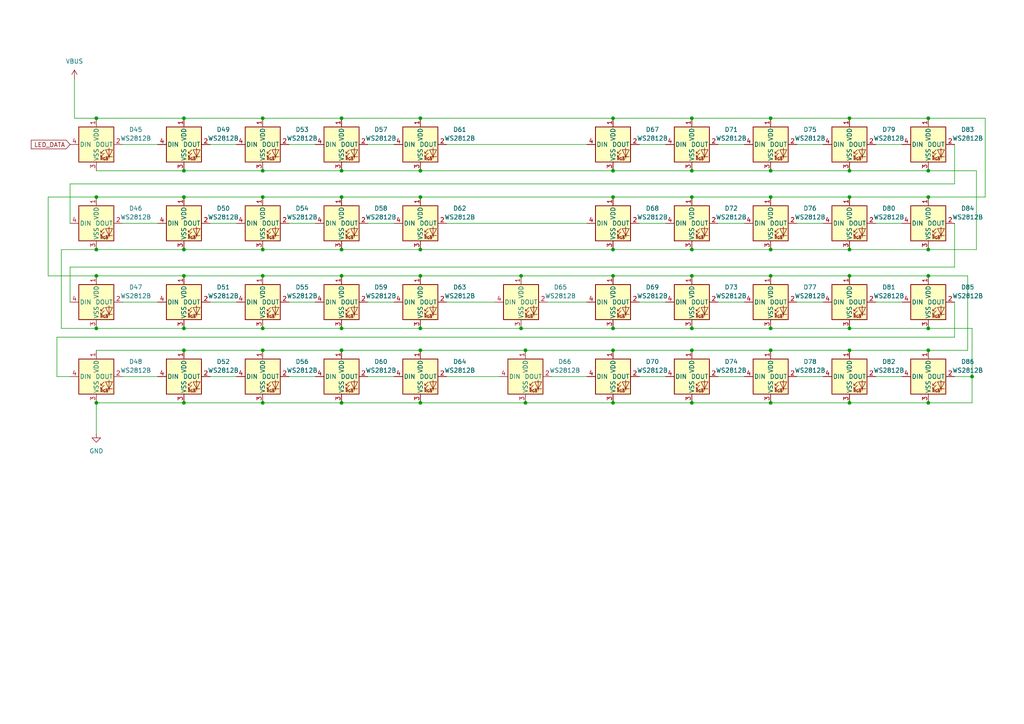
<source format=kicad_sch>
(kicad_sch (version 20211123) (generator eeschema)
  (paper "A4")
  (lib_symbols
    (symbol "LED:WS2812B" (pin_names (offset 0.254))
      (property "Reference" "D" (at 5.08 5.715 0))
      (property "Value" "WS2812B" (at 1.27 -5.715 0))
      (symbol "WS2812B_0_0"
        (text "RGB" (at 2.286 -4.191 0) (effects (font (size 0.762 0.762))))
      )
      (symbol "WS2812B_0_1"
        (polyline (pts (xy 1.27 -3.556) (xy 1.778 -3.556)))
        (polyline (pts (xy 1.27 -2.54) (xy 1.778 -2.54)))
        (polyline (pts (xy 4.699 -3.556) (xy 2.667 -3.556)))
        (polyline (pts (xy 2.286 -2.54) (xy 1.27 -3.556) (xy 1.27 -3.048)))
        (polyline (pts (xy 2.286 -1.524) (xy 1.27 -2.54) (xy 1.27 -2.032)))
        (polyline (pts (xy 3.683 -1.016) (xy 3.683 -3.556) (xy 3.683 -4.064)))
        (polyline (pts (xy 4.699 -1.524) (xy 2.667 -1.524) (xy 3.683 -3.556) (xy 4.699 -1.524)))
        (rectangle (start 5.08 5.08) (end -5.08 -5.08) (stroke (width 0.254)) (fill (type background)))
      )
      (symbol "WS2812B_1_1"
        (pin power_in line (at 0 7.62 270) (length 2.54) (name "VDD") (number "1"))
        (pin output line (at 7.62 0 180) (length 2.54) (name "DOUT") (number "2"))
        (pin power_in line (at 0 -7.62 90) (length 2.54) (name "VSS") (number "3"))
        (pin input line (at -7.62 0 0) (length 2.54) (name "DIN") (number "4"))
      )
    )
    (symbol "power:GND" (power) (pin_names (offset 0))
      (property "Value" "GND" (at 0 -3.81 0))
      (symbol "GND_0_1"
        (polyline (pts (xy 0 0) (xy 0 -1.27) (xy 1.27 -1.27) (xy 0 -2.54) (xy -1.27 -1.27) (xy 0 -1.27)))
      )
      (symbol "GND_1_1"
        (pin power_in line (at 0 0 270) (length 0) hide (name "GND") (number "1"))
      )
    )
    (symbol "power:VBUS" (power) (pin_names (offset 0))
      (property "Value" "VBUS" (at 0 3.81 0))
      (symbol "VBUS_0_1"
        (polyline (pts (xy -0.762 1.27) (xy 0 2.54)))
        (polyline (pts (xy 0 0) (xy 0 2.54)))
        (polyline (pts (xy 0 2.54) (xy 0.762 1.27)))
      )
      (symbol "VBUS_1_1"
        (pin power_in line (at 0 0 90) (length 0) hide (name "VBUS") (number "1"))
      )
    )
  )
  (junction (at 99.06 49.53))
  (junction (at 53.34 57.15))
  (junction (at 246.38 34.29))
  (junction (at 177.8 80.01))
  (junction (at 121.92 72.39))
  (junction (at 200.66 49.53))
  (junction (at 200.66 95.25))
  (junction (at 177.8 49.53))
  (junction (at 269.24 80.01))
  (junction (at 121.92 49.53))
  (junction (at 151.13 80.01))
  (junction (at 177.8 101.6))
  (junction (at 76.2 72.39))
  (junction (at 200.66 72.39))
  (junction (at 27.94 72.39))
  (junction (at 246.38 57.15))
  (junction (at 152.4 116.84))
  (junction (at 121.92 116.84))
  (junction (at 27.94 95.25))
  (junction (at 223.52 72.39))
  (junction (at 269.24 116.84))
  (junction (at 99.06 95.25))
  (junction (at 53.34 34.29))
  (junction (at 200.66 101.6))
  (junction (at 223.52 80.01))
  (junction (at 246.38 101.6))
  (junction (at 177.8 72.39))
  (junction (at 177.8 95.25))
  (junction (at 246.38 95.25))
  (junction (at 76.2 101.6))
  (junction (at 200.66 34.29))
  (junction (at 223.52 34.29))
  (junction (at 53.34 72.39))
  (junction (at 99.06 57.15))
  (junction (at 76.2 95.25))
  (junction (at 269.24 72.39))
  (junction (at 27.94 80.01))
  (junction (at 76.2 34.29))
  (junction (at 99.06 34.29))
  (junction (at 200.66 80.01))
  (junction (at 200.66 116.84))
  (junction (at 99.06 72.39))
  (junction (at 269.24 34.29))
  (junction (at 223.52 101.6))
  (junction (at 269.24 49.53))
  (junction (at 76.2 116.84))
  (junction (at 53.34 95.25))
  (junction (at 223.52 57.15))
  (junction (at 177.8 57.15))
  (junction (at 151.13 95.25))
  (junction (at 27.94 116.84))
  (junction (at 53.34 101.6))
  (junction (at 99.06 80.01))
  (junction (at 76.2 80.01))
  (junction (at 223.52 49.53))
  (junction (at 121.92 57.15))
  (junction (at 27.94 34.29))
  (junction (at 281.94 109.22))
  (junction (at 121.92 34.29))
  (junction (at 53.34 80.01))
  (junction (at 269.24 57.15))
  (junction (at 152.4 101.6))
  (junction (at 177.8 116.84))
  (junction (at 200.66 57.15))
  (junction (at 121.92 101.6))
  (junction (at 269.24 95.25))
  (junction (at 223.52 116.84))
  (junction (at 177.8 34.29))
  (junction (at 121.92 95.25))
  (junction (at 246.38 72.39))
  (junction (at 53.34 49.53))
  (junction (at 76.2 49.53))
  (junction (at 27.94 57.15))
  (junction (at 269.24 101.6))
  (junction (at 121.92 80.01))
  (junction (at 76.2 57.15))
  (junction (at 53.34 116.84))
  (junction (at 223.52 95.25))
  (junction (at 246.38 116.84))
  (junction (at 99.06 101.6))
  (junction (at 99.06 116.84))
  (junction (at 246.38 80.01))
  (junction (at 246.38 49.53))
  (wire (pts (xy 106.68 109.22) (xy 114.3 109.22)))
  (wire (pts (xy 158.75 87.63) (xy 170.18 87.63)))
  (wire (pts (xy 151.13 95.25) (xy 177.8 95.25)))
  (wire (pts (xy 53.34 101.6) (xy 27.94 101.6)))
  (wire (pts (xy 200.66 101.6) (xy 177.8 101.6)))
  (wire (pts (xy 106.68 87.63) (xy 114.3 87.63)))
  (wire (pts (xy 246.38 72.39) (xy 223.52 72.39)))
  (wire (pts (xy 60.96 64.77) (xy 68.58 64.77)))
  (wire (pts (xy 177.8 34.29) (xy 121.92 34.29)))
  (wire (pts (xy 280.67 80.01) (xy 280.67 101.6)))
  (wire (pts (xy 53.34 72.39) (xy 27.94 72.39)))
  (wire (pts (xy 53.34 57.15) (xy 27.94 57.15)))
  (wire (pts (xy 35.56 41.91) (xy 45.72 41.91)))
  (wire (pts (xy 185.42 64.77) (xy 193.04 64.77)))
  (wire (pts (xy 13.97 80.01) (xy 27.94 80.01)))
  (wire (pts (xy 281.94 116.84) (xy 269.24 116.84)))
  (wire (pts (xy 53.34 34.29) (xy 27.94 34.29)))
  (wire (pts (xy 152.4 116.84) (xy 121.92 116.84)))
  (wire (pts (xy 269.24 72.39) (xy 246.38 72.39)))
  (wire (pts (xy 53.34 49.53) (xy 76.2 49.53)))
  (wire (pts (xy 35.56 64.77) (xy 45.72 64.77)))
  (wire (pts (xy 99.06 101.6) (xy 76.2 101.6)))
  (wire (pts (xy 246.38 34.29) (xy 223.52 34.29)))
  (wire (pts (xy 276.86 41.91) (xy 276.86 53.34)))
  (wire (pts (xy 121.92 34.29) (xy 99.06 34.29)))
  (wire (pts (xy 27.94 116.84) (xy 27.94 125.73)))
  (wire (pts (xy 121.92 116.84) (xy 99.06 116.84)))
  (wire (pts (xy 223.52 57.15) (xy 200.66 57.15)))
  (wire (pts (xy 16.51 97.79) (xy 16.51 109.22)))
  (wire (pts (xy 269.24 34.29) (xy 246.38 34.29)))
  (wire (pts (xy 76.2 95.25) (xy 99.06 95.25)))
  (wire (pts (xy 129.54 64.77) (xy 170.18 64.77)))
  (wire (pts (xy 20.32 53.34) (xy 20.32 64.77)))
  (wire (pts (xy 223.52 72.39) (xy 200.66 72.39)))
  (wire (pts (xy 17.78 72.39) (xy 17.78 95.25)))
  (wire (pts (xy 53.34 95.25) (xy 76.2 95.25)))
  (wire (pts (xy 269.24 57.15) (xy 246.38 57.15)))
  (wire (pts (xy 76.2 116.84) (xy 53.34 116.84)))
  (wire (pts (xy 208.28 64.77) (xy 215.9 64.77)))
  (wire (pts (xy 177.8 72.39) (xy 121.92 72.39)))
  (wire (pts (xy 35.56 109.22) (xy 45.72 109.22)))
  (wire (pts (xy 27.94 95.25) (xy 53.34 95.25)))
  (wire (pts (xy 99.06 72.39) (xy 76.2 72.39)))
  (wire (pts (xy 76.2 101.6) (xy 53.34 101.6)))
  (wire (pts (xy 246.38 101.6) (xy 223.52 101.6)))
  (wire (pts (xy 200.66 34.29) (xy 177.8 34.29)))
  (wire (pts (xy 106.68 41.91) (xy 114.3 41.91)))
  (wire (pts (xy 283.21 72.39) (xy 269.24 72.39)))
  (wire (pts (xy 53.34 80.01) (xy 76.2 80.01)))
  (wire (pts (xy 269.24 34.29) (xy 285.75 34.29)))
  (wire (pts (xy 269.24 95.25) (xy 281.94 95.25)))
  (wire (pts (xy 35.56 87.63) (xy 45.72 87.63)))
  (wire (pts (xy 269.24 101.6) (xy 246.38 101.6)))
  (wire (pts (xy 200.66 95.25) (xy 223.52 95.25)))
  (wire (pts (xy 280.67 101.6) (xy 269.24 101.6)))
  (wire (pts (xy 200.66 72.39) (xy 177.8 72.39)))
  (wire (pts (xy 83.82 87.63) (xy 91.44 87.63)))
  (wire (pts (xy 276.86 77.47) (xy 20.32 77.47)))
  (wire (pts (xy 254 64.77) (xy 261.62 64.77)))
  (wire (pts (xy 200.66 80.01) (xy 223.52 80.01)))
  (wire (pts (xy 152.4 101.6) (xy 121.92 101.6)))
  (wire (pts (xy 281.94 95.25) (xy 281.94 109.22)))
  (wire (pts (xy 129.54 41.91) (xy 170.18 41.91)))
  (wire (pts (xy 76.2 72.39) (xy 53.34 72.39)))
  (wire (pts (xy 231.14 109.22) (xy 238.76 109.22)))
  (wire (pts (xy 231.14 64.77) (xy 238.76 64.77)))
  (wire (pts (xy 160.02 109.22) (xy 170.18 109.22)))
  (wire (pts (xy 21.59 22.86) (xy 21.59 34.29)))
  (wire (pts (xy 254 109.22) (xy 261.62 109.22)))
  (wire (pts (xy 231.14 41.91) (xy 238.76 41.91)))
  (wire (pts (xy 246.38 116.84) (xy 223.52 116.84)))
  (wire (pts (xy 53.34 116.84) (xy 27.94 116.84)))
  (wire (pts (xy 269.24 49.53) (xy 283.21 49.53)))
  (wire (pts (xy 200.66 116.84) (xy 177.8 116.84)))
  (wire (pts (xy 269.24 80.01) (xy 280.67 80.01)))
  (wire (pts (xy 129.54 109.22) (xy 144.78 109.22)))
  (wire (pts (xy 177.8 95.25) (xy 200.66 95.25)))
  (wire (pts (xy 27.94 34.29) (xy 21.59 34.29)))
  (wire (pts (xy 121.92 80.01) (xy 151.13 80.01)))
  (wire (pts (xy 276.86 87.63) (xy 276.86 97.79)))
  (wire (pts (xy 83.82 64.77) (xy 91.44 64.77)))
  (wire (pts (xy 99.06 34.29) (xy 76.2 34.29)))
  (wire (pts (xy 208.28 87.63) (xy 215.9 87.63)))
  (wire (pts (xy 121.92 72.39) (xy 99.06 72.39)))
  (wire (pts (xy 185.42 109.22) (xy 193.04 109.22)))
  (wire (pts (xy 13.97 57.15) (xy 13.97 80.01)))
  (wire (pts (xy 208.28 41.91) (xy 215.9 41.91)))
  (wire (pts (xy 76.2 80.01) (xy 99.06 80.01)))
  (wire (pts (xy 27.94 72.39) (xy 17.78 72.39)))
  (wire (pts (xy 276.86 109.22) (xy 281.94 109.22)))
  (wire (pts (xy 121.92 57.15) (xy 99.06 57.15)))
  (wire (pts (xy 285.75 57.15) (xy 269.24 57.15)))
  (wire (pts (xy 76.2 49.53) (xy 99.06 49.53)))
  (wire (pts (xy 151.13 80.01) (xy 177.8 80.01)))
  (wire (pts (xy 17.78 95.25) (xy 27.94 95.25)))
  (wire (pts (xy 83.82 109.22) (xy 91.44 109.22)))
  (wire (pts (xy 60.96 41.91) (xy 68.58 41.91)))
  (wire (pts (xy 200.66 57.15) (xy 177.8 57.15)))
  (wire (pts (xy 177.8 101.6) (xy 152.4 101.6)))
  (wire (pts (xy 223.52 116.84) (xy 200.66 116.84)))
  (wire (pts (xy 223.52 80.01) (xy 246.38 80.01)))
  (wire (pts (xy 246.38 57.15) (xy 223.52 57.15)))
  (wire (pts (xy 246.38 95.25) (xy 269.24 95.25)))
  (wire (pts (xy 27.94 80.01) (xy 53.34 80.01)))
  (wire (pts (xy 276.86 97.79) (xy 16.51 97.79)))
  (wire (pts (xy 281.94 109.22) (xy 281.94 116.84)))
  (wire (pts (xy 269.24 116.84) (xy 246.38 116.84)))
  (wire (pts (xy 200.66 49.53) (xy 223.52 49.53)))
  (wire (pts (xy 83.82 41.91) (xy 91.44 41.91)))
  (wire (pts (xy 16.51 109.22) (xy 20.32 109.22)))
  (wire (pts (xy 177.8 80.01) (xy 200.66 80.01)))
  (wire (pts (xy 20.32 77.47) (xy 20.32 87.63)))
  (wire (pts (xy 185.42 41.91) (xy 193.04 41.91)))
  (wire (pts (xy 99.06 95.25) (xy 121.92 95.25)))
  (wire (pts (xy 283.21 49.53) (xy 283.21 72.39)))
  (wire (pts (xy 177.8 49.53) (xy 200.66 49.53)))
  (wire (pts (xy 246.38 49.53) (xy 269.24 49.53)))
  (wire (pts (xy 254 41.91) (xy 261.62 41.91)))
  (wire (pts (xy 76.2 34.29) (xy 53.34 34.29)))
  (wire (pts (xy 129.54 87.63) (xy 143.51 87.63)))
  (wire (pts (xy 121.92 49.53) (xy 177.8 49.53)))
  (wire (pts (xy 285.75 34.29) (xy 285.75 57.15)))
  (wire (pts (xy 60.96 109.22) (xy 68.58 109.22)))
  (wire (pts (xy 185.42 87.63) (xy 193.04 87.63)))
  (wire (pts (xy 223.52 101.6) (xy 200.66 101.6)))
  (wire (pts (xy 106.68 64.77) (xy 114.3 64.77)))
  (wire (pts (xy 99.06 116.84) (xy 76.2 116.84)))
  (wire (pts (xy 231.14 87.63) (xy 238.76 87.63)))
  (wire (pts (xy 99.06 49.53) (xy 121.92 49.53)))
  (wire (pts (xy 223.52 34.29) (xy 200.66 34.29)))
  (wire (pts (xy 121.92 95.25) (xy 151.13 95.25)))
  (wire (pts (xy 76.2 57.15) (xy 53.34 57.15)))
  (wire (pts (xy 276.86 64.77) (xy 276.86 77.47)))
  (wire (pts (xy 254 87.63) (xy 261.62 87.63)))
  (wire (pts (xy 177.8 57.15) (xy 121.92 57.15)))
  (wire (pts (xy 223.52 49.53) (xy 246.38 49.53)))
  (wire (pts (xy 276.86 53.34) (xy 20.32 53.34)))
  (wire (pts (xy 208.28 109.22) (xy 215.9 109.22)))
  (wire (pts (xy 27.94 57.15) (xy 13.97 57.15)))
  (wire (pts (xy 223.52 95.25) (xy 246.38 95.25)))
  (wire (pts (xy 121.92 101.6) (xy 99.06 101.6)))
  (wire (pts (xy 246.38 80.01) (xy 269.24 80.01)))
  (wire (pts (xy 177.8 116.84) (xy 152.4 116.84)))
  (wire (pts (xy 60.96 87.63) (xy 68.58 87.63)))
  (wire (pts (xy 99.06 57.15) (xy 76.2 57.15)))
  (wire (pts (xy 99.06 80.01) (xy 121.92 80.01)))
  (wire (pts (xy 27.94 49.53) (xy 53.34 49.53)))
  (global_label "LED_DATA" (shape input) (at 20.32 41.91 180) (property "Intersheet References" "${INTERSHEET_REFS}" (effects hide)))
  (symbol (lib_id "LED:WS2812B") (at 269.24 41.91 0) (unit 1)
    (property "Reference" "D83" (at 280.67 37.5793 0))
    (property "Value" "WS2812B" (at 280.67 40.1193 0))
    (property "Footprint" "LED_SMD:LED_Cree-PLCC4_2x2mm_CW" (effects hide))
    (property "Datasheet" "https://cdn-shop.adafruit.com/datasheets/WS2812B.pdf" (effects hide))
  )
  (symbol (lib_id "LED:WS2812B") (at 76.2 64.77 0) (unit 1)
    (property "Reference" "D54" (at 87.63 60.4393 0))
    (property "Value" "WS2812B" (at 87.63 62.9793 0))
    (property "Footprint" "LED_SMD:LED_Cree-PLCC4_2x2mm_CW" (effects hide))
    (property "Datasheet" "https://cdn-shop.adafruit.com/datasheets/WS2812B.pdf" (effects hide))
  )
  (symbol (lib_id "LED:WS2812B") (at 223.52 87.63 0) (unit 1)
    (property "Reference" "D77" (at 234.95 83.2993 0))
    (property "Value" "WS2812B" (at 234.95 85.8393 0))
    (property "Footprint" "LED_SMD:LED_Cree-PLCC4_2x2mm_CW" (effects hide))
    (property "Datasheet" "https://cdn-shop.adafruit.com/datasheets/WS2812B.pdf" (effects hide))
  )
  (symbol (lib_id "LED:WS2812B") (at 27.94 87.63 0) (unit 1)
    (property "Reference" "D47" (at 39.37 83.2993 0))
    (property "Value" "WS2812B" (at 39.37 85.8393 0))
    (property "Footprint" "LED_SMD:LED_Cree-PLCC4_2x2mm_CW" (effects hide))
    (property "Datasheet" "https://cdn-shop.adafruit.com/datasheets/WS2812B.pdf" (effects hide))
  )
  (symbol (lib_id "LED:WS2812B") (at 76.2 87.63 0) (unit 1)
    (property "Reference" "D55" (at 87.63 83.2993 0))
    (property "Value" "WS2812B" (at 87.63 85.8393 0))
    (property "Footprint" "LED_SMD:LED_Cree-PLCC4_2x2mm_CW" (effects hide))
    (property "Datasheet" "https://cdn-shop.adafruit.com/datasheets/WS2812B.pdf" (effects hide))
  )
  (symbol (lib_id "LED:WS2812B") (at 76.2 109.22 0) (unit 1)
    (property "Reference" "D56" (at 87.63 104.8893 0))
    (property "Value" "WS2812B" (at 87.63 107.4293 0))
    (property "Footprint" "LED_SMD:LED_Cree-PLCC4_2x2mm_CW" (effects hide))
    (property "Datasheet" "https://cdn-shop.adafruit.com/datasheets/WS2812B.pdf" (effects hide))
  )
  (symbol (lib_id "LED:WS2812B") (at 177.8 64.77 0) (unit 1)
    (property "Reference" "D68" (at 189.23 60.4393 0))
    (property "Value" "WS2812B" (at 189.23 62.9793 0))
    (property "Footprint" "LED_SMD:LED_Cree-PLCC4_2x2mm_CW" (effects hide))
    (property "Datasheet" "https://cdn-shop.adafruit.com/datasheets/WS2812B.pdf" (effects hide))
  )
  (symbol (lib_id "LED:WS2812B") (at 53.34 64.77 0) (unit 1)
    (property "Reference" "D50" (at 64.77 60.4393 0))
    (property "Value" "WS2812B" (at 64.77 62.9793 0))
    (property "Footprint" "LED_SMD:LED_Cree-PLCC4_2x2mm_CW" (effects hide))
    (property "Datasheet" "https://cdn-shop.adafruit.com/datasheets/WS2812B.pdf" (effects hide))
  )
  (symbol (lib_id "LED:WS2812B") (at 223.52 41.91 0) (unit 1)
    (property "Reference" "D75" (at 234.95 37.5793 0))
    (property "Value" "WS2812B" (at 234.95 40.1193 0))
    (property "Footprint" "LED_SMD:LED_Cree-PLCC4_2x2mm_CW" (effects hide))
    (property "Datasheet" "https://cdn-shop.adafruit.com/datasheets/WS2812B.pdf" (effects hide))
  )
  (symbol (lib_id "LED:WS2812B") (at 76.2 41.91 0) (unit 1)
    (property "Reference" "D53" (at 87.63 37.5793 0))
    (property "Value" "WS2812B" (at 87.63 40.1193 0))
    (property "Footprint" "LED_SMD:LED_Cree-PLCC4_2x2mm_CW" (effects hide))
    (property "Datasheet" "https://cdn-shop.adafruit.com/datasheets/WS2812B.pdf" (effects hide))
  )
  (symbol (lib_id "LED:WS2812B") (at 27.94 109.22 0) (unit 1)
    (property "Reference" "D48" (at 39.37 104.8893 0))
    (property "Value" "WS2812B" (at 39.37 107.4293 0))
    (property "Footprint" "LED_SMD:LED_Cree-PLCC4_2x2mm_CW" (effects hide))
    (property "Datasheet" "https://cdn-shop.adafruit.com/datasheets/WS2812B.pdf" (effects hide))
  )
  (symbol (lib_id "LED:WS2812B") (at 151.13 87.63 0) (unit 1)
    (property "Reference" "D65" (at 162.56 83.2993 0))
    (property "Value" "WS2812B" (at 162.56 85.8393 0))
    (property "Footprint" "LED_SMD:LED_Cree-PLCC4_2x2mm_CW" (effects hide))
    (property "Datasheet" "https://cdn-shop.adafruit.com/datasheets/WS2812B.pdf" (effects hide))
  )
  (symbol (lib_id "LED:WS2812B") (at 99.06 64.77 0) (unit 1)
    (property "Reference" "D58" (at 110.49 60.4393 0))
    (property "Value" "WS2812B" (at 110.49 62.9793 0))
    (property "Footprint" "LED_SMD:LED_Cree-PLCC4_2x2mm_CW" (effects hide))
    (property "Datasheet" "https://cdn-shop.adafruit.com/datasheets/WS2812B.pdf" (effects hide))
  )
  (symbol (lib_id "LED:WS2812B") (at 121.92 109.22 0) (unit 1)
    (property "Reference" "D64" (at 133.35 104.8893 0))
    (property "Value" "WS2812B" (at 133.35 107.4293 0))
    (property "Footprint" "LED_SMD:LED_Cree-PLCC4_2x2mm_CW" (effects hide))
    (property "Datasheet" "https://cdn-shop.adafruit.com/datasheets/WS2812B.pdf" (effects hide))
  )
  (symbol (lib_id "power:VBUS") (at 21.59 22.86 0) (unit 1)
    (property "Reference" "#PWR032" (effects hide))
    (property "Value" "VBUS" (at 21.59 17.78 0))
  )
  (symbol (lib_id "LED:WS2812B") (at 177.8 109.22 0) (unit 1)
    (property "Reference" "D70" (at 189.23 104.8893 0))
    (property "Value" "WS2812B" (at 189.23 107.4293 0))
    (property "Footprint" "LED_SMD:LED_Cree-PLCC4_2x2mm_CW" (effects hide))
    (property "Datasheet" "https://cdn-shop.adafruit.com/datasheets/WS2812B.pdf" (effects hide))
  )
  (symbol (lib_id "LED:WS2812B") (at 27.94 41.91 0) (unit 1)
    (property "Reference" "D45" (at 39.37 37.5793 0))
    (property "Value" "WS2812B" (at 39.37 40.1193 0))
    (property "Footprint" "LED_SMD:LED_Cree-PLCC4_2x2mm_CW" (effects hide))
    (property "Datasheet" "https://cdn-shop.adafruit.com/datasheets/WS2812B.pdf" (effects hide))
  )
  (symbol (lib_id "LED:WS2812B") (at 269.24 109.22 0) (unit 1)
    (property "Reference" "D86" (at 280.67 104.8893 0))
    (property "Value" "WS2812B" (at 280.67 107.4293 0))
    (property "Footprint" "LED_SMD:LED_Cree-PLCC4_2x2mm_CW" (effects hide))
    (property "Datasheet" "https://cdn-shop.adafruit.com/datasheets/WS2812B.pdf" (effects hide))
  )
  (symbol (lib_id "LED:WS2812B") (at 223.52 109.22 0) (unit 1)
    (property "Reference" "D78" (at 234.95 104.8893 0))
    (property "Value" "WS2812B" (at 234.95 107.4293 0))
    (property "Footprint" "LED_SMD:LED_Cree-PLCC4_2x2mm_CW" (effects hide))
    (property "Datasheet" "https://cdn-shop.adafruit.com/datasheets/WS2812B.pdf" (effects hide))
  )
  (symbol (lib_id "LED:WS2812B") (at 177.8 41.91 0) (unit 1)
    (property "Reference" "D67" (at 189.23 37.5793 0))
    (property "Value" "WS2812B" (at 189.23 40.1193 0))
    (property "Footprint" "LED_SMD:LED_Cree-PLCC4_2x2mm_CW" (effects hide))
    (property "Datasheet" "https://cdn-shop.adafruit.com/datasheets/WS2812B.pdf" (effects hide))
  )
  (symbol (lib_id "LED:WS2812B") (at 99.06 87.63 0) (unit 1)
    (property "Reference" "D59" (at 110.49 83.2993 0))
    (property "Value" "WS2812B" (at 110.49 85.8393 0))
    (property "Footprint" "LED_SMD:LED_Cree-PLCC4_2x2mm_CW" (effects hide))
    (property "Datasheet" "https://cdn-shop.adafruit.com/datasheets/WS2812B.pdf" (effects hide))
  )
  (symbol (lib_id "LED:WS2812B") (at 200.66 87.63 0) (unit 1)
    (property "Reference" "D73" (at 212.09 83.2993 0))
    (property "Value" "WS2812B" (at 212.09 85.8393 0))
    (property "Footprint" "LED_SMD:LED_Cree-PLCC4_2x2mm_CW" (effects hide))
    (property "Datasheet" "https://cdn-shop.adafruit.com/datasheets/WS2812B.pdf" (effects hide))
  )
  (symbol (lib_id "LED:WS2812B") (at 121.92 41.91 0) (unit 1)
    (property "Reference" "D61" (at 133.35 37.5793 0))
    (property "Value" "WS2812B" (at 133.35 40.1193 0))
    (property "Footprint" "LED_SMD:LED_Cree-PLCC4_2x2mm_CW" (effects hide))
    (property "Datasheet" "https://cdn-shop.adafruit.com/datasheets/WS2812B.pdf" (effects hide))
  )
  (symbol (lib_id "LED:WS2812B") (at 223.52 64.77 0) (unit 1)
    (property "Reference" "D76" (at 234.95 60.4393 0))
    (property "Value" "WS2812B" (at 234.95 62.9793 0))
    (property "Footprint" "LED_SMD:LED_Cree-PLCC4_2x2mm_CW" (effects hide))
    (property "Datasheet" "https://cdn-shop.adafruit.com/datasheets/WS2812B.pdf" (effects hide))
  )
  (symbol (lib_id "LED:WS2812B") (at 246.38 64.77 0) (unit 1)
    (property "Reference" "D80" (at 257.81 60.4393 0))
    (property "Value" "WS2812B" (at 257.81 62.9793 0))
    (property "Footprint" "LED_SMD:LED_Cree-PLCC4_2x2mm_CW" (effects hide))
    (property "Datasheet" "https://cdn-shop.adafruit.com/datasheets/WS2812B.pdf" (effects hide))
  )
  (symbol (lib_id "LED:WS2812B") (at 99.06 109.22 0) (unit 1)
    (property "Reference" "D60" (at 110.49 104.8893 0))
    (property "Value" "WS2812B" (at 110.49 107.4293 0))
    (property "Footprint" "LED_SMD:LED_Cree-PLCC4_2x2mm_CW" (effects hide))
    (property "Datasheet" "https://cdn-shop.adafruit.com/datasheets/WS2812B.pdf" (effects hide))
  )
  (symbol (lib_id "LED:WS2812B") (at 53.34 87.63 0) (unit 1)
    (property "Reference" "D51" (at 64.77 83.2993 0))
    (property "Value" "WS2812B" (at 64.77 85.8393 0))
    (property "Footprint" "LED_SMD:LED_Cree-PLCC4_2x2mm_CW" (effects hide))
    (property "Datasheet" "https://cdn-shop.adafruit.com/datasheets/WS2812B.pdf" (effects hide))
  )
  (symbol (lib_id "LED:WS2812B") (at 53.34 109.22 0) (unit 1)
    (property "Reference" "D52" (at 64.77 104.8893 0))
    (property "Value" "WS2812B" (at 64.77 107.4293 0))
    (property "Footprint" "LED_SMD:LED_Cree-PLCC4_2x2mm_CW" (effects hide))
    (property "Datasheet" "https://cdn-shop.adafruit.com/datasheets/WS2812B.pdf" (effects hide))
  )
  (symbol (lib_id "LED:WS2812B") (at 121.92 64.77 0) (unit 1)
    (property "Reference" "D62" (at 133.35 60.4393 0))
    (property "Value" "WS2812B" (at 133.35 62.9793 0))
    (property "Footprint" "LED_SMD:LED_Cree-PLCC4_2x2mm_CW" (effects hide))
    (property "Datasheet" "https://cdn-shop.adafruit.com/datasheets/WS2812B.pdf" (effects hide))
  )
  (symbol (lib_id "LED:WS2812B") (at 177.8 87.63 0) (unit 1)
    (property "Reference" "D69" (at 189.23 83.2993 0))
    (property "Value" "WS2812B" (at 189.23 85.8393 0))
    (property "Footprint" "LED_SMD:LED_Cree-PLCC4_2x2mm_CW" (effects hide))
    (property "Datasheet" "https://cdn-shop.adafruit.com/datasheets/WS2812B.pdf" (effects hide))
  )
  (symbol (lib_id "LED:WS2812B") (at 152.4 109.22 0) (unit 1)
    (property "Reference" "D66" (at 163.83 104.8893 0))
    (property "Value" "WS2812B" (at 163.83 107.4293 0))
    (property "Footprint" "LED_SMD:LED_Cree-PLCC4_2x2mm_CW" (effects hide))
    (property "Datasheet" "https://cdn-shop.adafruit.com/datasheets/WS2812B.pdf" (effects hide))
  )
  (symbol (lib_id "power:GND") (at 27.94 125.73 0) (unit 1)
    (property "Reference" "#PWR033" (effects hide))
    (property "Value" "GND" (at 27.94 130.81 0))
  )
  (symbol (lib_id "LED:WS2812B") (at 200.66 64.77 0) (unit 1)
    (property "Reference" "D72" (at 212.09 60.4393 0))
    (property "Value" "WS2812B" (at 212.09 62.9793 0))
    (property "Footprint" "LED_SMD:LED_Cree-PLCC4_2x2mm_CW" (effects hide))
    (property "Datasheet" "https://cdn-shop.adafruit.com/datasheets/WS2812B.pdf" (effects hide))
  )
  (symbol (lib_id "LED:WS2812B") (at 27.94 64.77 0) (unit 1)
    (property "Reference" "D46" (at 39.37 60.4393 0))
    (property "Value" "WS2812B" (at 39.37 62.9793 0))
    (property "Footprint" "LED_SMD:LED_Cree-PLCC4_2x2mm_CW" (effects hide))
    (property "Datasheet" "https://cdn-shop.adafruit.com/datasheets/WS2812B.pdf" (effects hide))
  )
  (symbol (lib_id "LED:WS2812B") (at 269.24 64.77 0) (unit 1)
    (property "Reference" "D84" (at 280.67 60.4393 0))
    (property "Value" "WS2812B" (at 280.67 62.9793 0))
    (property "Footprint" "LED_SMD:LED_Cree-PLCC4_2x2mm_CW" (effects hide))
    (property "Datasheet" "https://cdn-shop.adafruit.com/datasheets/WS2812B.pdf" (effects hide))
  )
  (symbol (lib_id "LED:WS2812B") (at 246.38 41.91 0) (unit 1)
    (property "Reference" "D79" (at 257.81 37.5793 0))
    (property "Value" "WS2812B" (at 257.81 40.1193 0))
    (property "Footprint" "LED_SMD:LED_Cree-PLCC4_2x2mm_CW" (effects hide))
    (property "Datasheet" "https://cdn-shop.adafruit.com/datasheets/WS2812B.pdf" (effects hide))
  )
  (symbol (lib_id "LED:WS2812B") (at 246.38 87.63 0) (unit 1)
    (property "Reference" "D81" (at 257.81 83.2993 0))
    (property "Value" "WS2812B" (at 257.81 85.8393 0))
    (property "Footprint" "LED_SMD:LED_Cree-PLCC4_2x2mm_CW" (effects hide))
    (property "Datasheet" "https://cdn-shop.adafruit.com/datasheets/WS2812B.pdf" (effects hide))
  )
  (symbol (lib_id "LED:WS2812B") (at 200.66 41.91 0) (unit 1)
    (property "Reference" "D71" (at 212.09 37.5793 0))
    (property "Value" "WS2812B" (at 212.09 40.1193 0))
    (property "Footprint" "LED_SMD:LED_Cree-PLCC4_2x2mm_CW" (effects hide))
    (property "Datasheet" "https://cdn-shop.adafruit.com/datasheets/WS2812B.pdf" (effects hide))
  )
  (symbol (lib_id "LED:WS2812B") (at 99.06 41.91 0) (unit 1)
    (property "Reference" "D57" (at 110.49 37.5793 0))
    (property "Value" "WS2812B" (at 110.49 40.1193 0))
    (property "Footprint" "LED_SMD:LED_Cree-PLCC4_2x2mm_CW" (effects hide))
    (property "Datasheet" "https://cdn-shop.adafruit.com/datasheets/WS2812B.pdf" (effects hide))
  )
  (symbol (lib_id "LED:WS2812B") (at 246.38 109.22 0) (unit 1)
    (property "Reference" "D82" (at 257.81 104.8893 0))
    (property "Value" "WS2812B" (at 257.81 107.4293 0))
    (property "Footprint" "LED_SMD:LED_Cree-PLCC4_2x2mm_CW" (effects hide))
    (property "Datasheet" "https://cdn-shop.adafruit.com/datasheets/WS2812B.pdf" (effects hide))
  )
  (symbol (lib_id "LED:WS2812B") (at 121.92 87.63 0) (unit 1)
    (property "Reference" "D63" (at 133.35 83.2993 0))
    (property "Value" "WS2812B" (at 133.35 85.8393 0))
    (property "Footprint" "LED_SMD:LED_Cree-PLCC4_2x2mm_CW" (effects hide))
    (property "Datasheet" "https://cdn-shop.adafruit.com/datasheets/WS2812B.pdf" (effects hide))
  )
  (symbol (lib_id "LED:WS2812B") (at 200.66 109.22 0) (unit 1)
    (property "Reference" "D74" (at 212.09 104.8893 0))
    (property "Value" "WS2812B" (at 212.09 107.4293 0))
    (property "Footprint" "LED_SMD:LED_Cree-PLCC4_2x2mm_CW" (effects hide))
    (property "Datasheet" "https://cdn-shop.adafruit.com/datasheets/WS2812B.pdf" (effects hide))
  )
  (symbol (lib_id "LED:WS2812B") (at 53.34 41.91 0) (unit 1)
    (property "Reference" "D49" (at 64.77 37.5793 0))
    (property "Value" "WS2812B" (at 64.77 40.1193 0))
    (property "Footprint" "LED_SMD:LED_Cree-PLCC4_2x2mm_CW" (effects hide))
    (property "Datasheet" "https://cdn-shop.adafruit.com/datasheets/WS2812B.pdf" (effects hide))
  )
  (symbol (lib_id "LED:WS2812B") (at 269.24 87.63 0) (unit 1)
    (property "Reference" "D85" (at 280.67 83.2993 0))
    (property "Value" "WS2812B" (at 280.67 85.8393 0))
    (property "Footprint" "LED_SMD:LED_Cree-PLCC4_2x2mm_CW" (effects hide))
    (property "Datasheet" "https://cdn-shop.adafruit.com/datasheets/WS2812B.pdf" (effects hide))
  )
)
</source>
